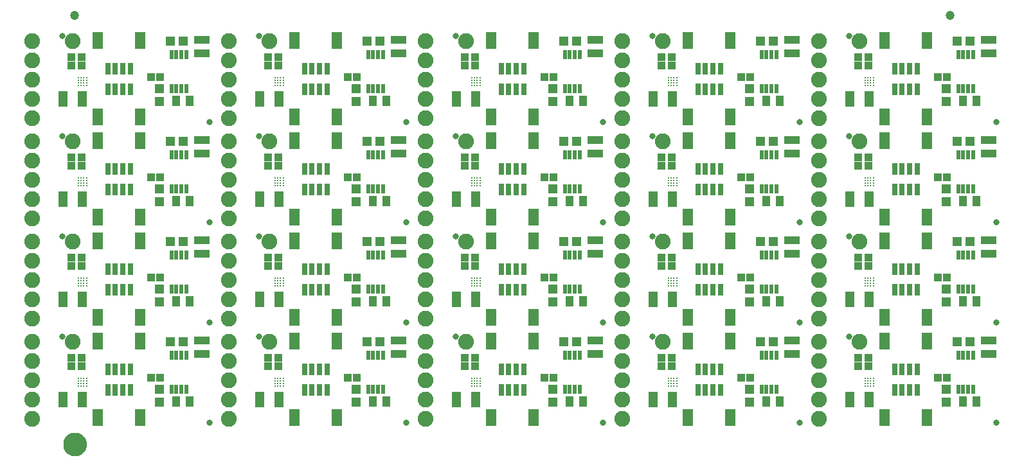
<source format=gts>
G75*
%MOIN*%
%OFA0B0*%
%FSLAX25Y25*%
%IPPOS*%
%LPD*%
%AMOC8*
5,1,8,0,0,1.08239X$1,22.5*
%
%ADD10R,0.02375X0.05131*%
%ADD11C,0.00866*%
%ADD12R,0.04737X0.07887*%
%ADD13R,0.04737X0.05131*%
%ADD14R,0.04146X0.04343*%
%ADD15R,0.05131X0.04737*%
%ADD16R,0.03950X0.05524*%
%ADD17R,0.07887X0.03950*%
%ADD18R,0.04343X0.04146*%
%ADD19R,0.05524X0.08674*%
%ADD20R,0.03162X0.06115*%
%ADD21C,0.08200*%
%ADD22C,0.03300*%
%ADD23C,0.04737*%
%ADD24C,0.05000*%
%ADD25C,0.06706*%
D10*
X0105911Y0048892D03*
X0108470Y0048892D03*
X0111030Y0048892D03*
X0113589Y0048892D03*
X0113589Y0066608D03*
X0111030Y0066608D03*
X0108470Y0066608D03*
X0105911Y0066608D03*
X0105911Y0100892D03*
X0108470Y0100892D03*
X0111030Y0100892D03*
X0113589Y0100892D03*
X0113589Y0118608D03*
X0111030Y0118608D03*
X0108470Y0118608D03*
X0105911Y0118608D03*
X0105911Y0152892D03*
X0108470Y0152892D03*
X0111030Y0152892D03*
X0113589Y0152892D03*
X0113589Y0170608D03*
X0111030Y0170608D03*
X0108470Y0170608D03*
X0105911Y0170608D03*
X0105911Y0204892D03*
X0108470Y0204892D03*
X0111030Y0204892D03*
X0113589Y0204892D03*
X0113589Y0222608D03*
X0111030Y0222608D03*
X0108470Y0222608D03*
X0105911Y0222608D03*
X0207911Y0222608D03*
X0210470Y0222608D03*
X0213030Y0222608D03*
X0215589Y0222608D03*
X0215589Y0204892D03*
X0213030Y0204892D03*
X0210470Y0204892D03*
X0207911Y0204892D03*
X0207911Y0170608D03*
X0210470Y0170608D03*
X0213030Y0170608D03*
X0215589Y0170608D03*
X0215589Y0152892D03*
X0213030Y0152892D03*
X0210470Y0152892D03*
X0207911Y0152892D03*
X0207911Y0118608D03*
X0210470Y0118608D03*
X0213030Y0118608D03*
X0215589Y0118608D03*
X0215589Y0100892D03*
X0213030Y0100892D03*
X0210470Y0100892D03*
X0207911Y0100892D03*
X0207911Y0066608D03*
X0210470Y0066608D03*
X0213030Y0066608D03*
X0215589Y0066608D03*
X0215589Y0048892D03*
X0213030Y0048892D03*
X0210470Y0048892D03*
X0207911Y0048892D03*
X0309911Y0048892D03*
X0312470Y0048892D03*
X0315030Y0048892D03*
X0317589Y0048892D03*
X0317589Y0066608D03*
X0315030Y0066608D03*
X0312470Y0066608D03*
X0309911Y0066608D03*
X0309911Y0100892D03*
X0312470Y0100892D03*
X0315030Y0100892D03*
X0317589Y0100892D03*
X0317589Y0118608D03*
X0315030Y0118608D03*
X0312470Y0118608D03*
X0309911Y0118608D03*
X0309911Y0152892D03*
X0312470Y0152892D03*
X0315030Y0152892D03*
X0317589Y0152892D03*
X0317589Y0170608D03*
X0315030Y0170608D03*
X0312470Y0170608D03*
X0309911Y0170608D03*
X0309911Y0204892D03*
X0312470Y0204892D03*
X0315030Y0204892D03*
X0317589Y0204892D03*
X0317589Y0222608D03*
X0315030Y0222608D03*
X0312470Y0222608D03*
X0309911Y0222608D03*
X0411911Y0222608D03*
X0414470Y0222608D03*
X0417030Y0222608D03*
X0419589Y0222608D03*
X0419589Y0204892D03*
X0417030Y0204892D03*
X0414470Y0204892D03*
X0411911Y0204892D03*
X0411911Y0170608D03*
X0414470Y0170608D03*
X0417030Y0170608D03*
X0419589Y0170608D03*
X0419589Y0152892D03*
X0417030Y0152892D03*
X0414470Y0152892D03*
X0411911Y0152892D03*
X0411911Y0118608D03*
X0414470Y0118608D03*
X0417030Y0118608D03*
X0419589Y0118608D03*
X0419589Y0100892D03*
X0417030Y0100892D03*
X0414470Y0100892D03*
X0411911Y0100892D03*
X0411911Y0066608D03*
X0414470Y0066608D03*
X0417030Y0066608D03*
X0419589Y0066608D03*
X0419589Y0048892D03*
X0417030Y0048892D03*
X0414470Y0048892D03*
X0411911Y0048892D03*
X0513911Y0048892D03*
X0516470Y0048892D03*
X0519030Y0048892D03*
X0521589Y0048892D03*
X0521589Y0066608D03*
X0519030Y0066608D03*
X0516470Y0066608D03*
X0513911Y0066608D03*
X0513911Y0100892D03*
X0516470Y0100892D03*
X0519030Y0100892D03*
X0521589Y0100892D03*
X0521589Y0118608D03*
X0519030Y0118608D03*
X0516470Y0118608D03*
X0513911Y0118608D03*
X0513911Y0152892D03*
X0516470Y0152892D03*
X0519030Y0152892D03*
X0521589Y0152892D03*
X0521589Y0170608D03*
X0519030Y0170608D03*
X0516470Y0170608D03*
X0513911Y0170608D03*
X0513911Y0204892D03*
X0516470Y0204892D03*
X0519030Y0204892D03*
X0521589Y0204892D03*
X0521589Y0222608D03*
X0519030Y0222608D03*
X0516470Y0222608D03*
X0513911Y0222608D03*
D11*
X0469844Y0210789D03*
X0468467Y0210789D03*
X0468467Y0209411D03*
X0469844Y0209411D03*
X0469844Y0208033D03*
X0468467Y0208033D03*
X0468467Y0206656D03*
X0469844Y0206656D03*
X0467089Y0206656D03*
X0467089Y0208033D03*
X0465711Y0208033D03*
X0465711Y0206656D03*
X0465711Y0209411D03*
X0467089Y0209411D03*
X0467089Y0210789D03*
X0465711Y0210789D03*
X0367844Y0210789D03*
X0366467Y0210789D03*
X0366467Y0209411D03*
X0367844Y0209411D03*
X0367844Y0208033D03*
X0366467Y0208033D03*
X0366467Y0206656D03*
X0367844Y0206656D03*
X0365089Y0206656D03*
X0365089Y0208033D03*
X0363711Y0208033D03*
X0363711Y0206656D03*
X0363711Y0209411D03*
X0365089Y0209411D03*
X0365089Y0210789D03*
X0363711Y0210789D03*
X0265844Y0210789D03*
X0264467Y0210789D03*
X0264467Y0209411D03*
X0265844Y0209411D03*
X0265844Y0208033D03*
X0264467Y0208033D03*
X0264467Y0206656D03*
X0265844Y0206656D03*
X0263089Y0206656D03*
X0263089Y0208033D03*
X0261711Y0208033D03*
X0261711Y0206656D03*
X0261711Y0209411D03*
X0263089Y0209411D03*
X0263089Y0210789D03*
X0261711Y0210789D03*
X0163844Y0210789D03*
X0162467Y0210789D03*
X0162467Y0209411D03*
X0163844Y0209411D03*
X0163844Y0208033D03*
X0162467Y0208033D03*
X0162467Y0206656D03*
X0163844Y0206656D03*
X0161089Y0206656D03*
X0161089Y0208033D03*
X0159711Y0208033D03*
X0159711Y0206656D03*
X0159711Y0209411D03*
X0161089Y0209411D03*
X0161089Y0210789D03*
X0159711Y0210789D03*
X0061844Y0210789D03*
X0060467Y0210789D03*
X0060467Y0209411D03*
X0061844Y0209411D03*
X0061844Y0208033D03*
X0060467Y0208033D03*
X0060467Y0206656D03*
X0061844Y0206656D03*
X0059089Y0206656D03*
X0059089Y0208033D03*
X0057711Y0208033D03*
X0057711Y0206656D03*
X0057711Y0209411D03*
X0059089Y0209411D03*
X0059089Y0210789D03*
X0057711Y0210789D03*
X0057711Y0158789D03*
X0059089Y0158789D03*
X0060467Y0158789D03*
X0061844Y0158789D03*
X0061844Y0157411D03*
X0060467Y0157411D03*
X0060467Y0156033D03*
X0061844Y0156033D03*
X0061844Y0154656D03*
X0060467Y0154656D03*
X0059089Y0154656D03*
X0059089Y0156033D03*
X0057711Y0156033D03*
X0057711Y0154656D03*
X0057711Y0157411D03*
X0059089Y0157411D03*
X0159711Y0157411D03*
X0159711Y0156033D03*
X0159711Y0154656D03*
X0161089Y0154656D03*
X0161089Y0156033D03*
X0162467Y0156033D03*
X0163844Y0156033D03*
X0163844Y0154656D03*
X0162467Y0154656D03*
X0162467Y0157411D03*
X0163844Y0157411D03*
X0163844Y0158789D03*
X0162467Y0158789D03*
X0161089Y0158789D03*
X0161089Y0157411D03*
X0159711Y0158789D03*
X0261711Y0158789D03*
X0261711Y0157411D03*
X0261711Y0156033D03*
X0261711Y0154656D03*
X0263089Y0154656D03*
X0263089Y0156033D03*
X0264467Y0156033D03*
X0265844Y0156033D03*
X0265844Y0154656D03*
X0264467Y0154656D03*
X0264467Y0157411D03*
X0265844Y0157411D03*
X0265844Y0158789D03*
X0264467Y0158789D03*
X0263089Y0158789D03*
X0263089Y0157411D03*
X0363711Y0157411D03*
X0363711Y0156033D03*
X0363711Y0154656D03*
X0365089Y0154656D03*
X0365089Y0156033D03*
X0366467Y0156033D03*
X0367844Y0156033D03*
X0367844Y0154656D03*
X0366467Y0154656D03*
X0366467Y0157411D03*
X0367844Y0157411D03*
X0367844Y0158789D03*
X0366467Y0158789D03*
X0365089Y0158789D03*
X0365089Y0157411D03*
X0363711Y0158789D03*
X0465711Y0158789D03*
X0465711Y0157411D03*
X0465711Y0156033D03*
X0465711Y0154656D03*
X0467089Y0154656D03*
X0467089Y0156033D03*
X0468467Y0156033D03*
X0469844Y0156033D03*
X0469844Y0154656D03*
X0468467Y0154656D03*
X0468467Y0157411D03*
X0469844Y0157411D03*
X0469844Y0158789D03*
X0468467Y0158789D03*
X0467089Y0158789D03*
X0467089Y0157411D03*
X0467089Y0106789D03*
X0468467Y0106789D03*
X0469844Y0106789D03*
X0469844Y0105411D03*
X0468467Y0105411D03*
X0468467Y0104033D03*
X0469844Y0104033D03*
X0469844Y0102656D03*
X0468467Y0102656D03*
X0467089Y0102656D03*
X0467089Y0104033D03*
X0465711Y0104033D03*
X0465711Y0102656D03*
X0465711Y0105411D03*
X0467089Y0105411D03*
X0465711Y0106789D03*
X0367844Y0106789D03*
X0366467Y0106789D03*
X0366467Y0105411D03*
X0367844Y0105411D03*
X0367844Y0104033D03*
X0366467Y0104033D03*
X0366467Y0102656D03*
X0367844Y0102656D03*
X0365089Y0102656D03*
X0365089Y0104033D03*
X0363711Y0104033D03*
X0363711Y0102656D03*
X0363711Y0105411D03*
X0365089Y0105411D03*
X0365089Y0106789D03*
X0363711Y0106789D03*
X0265844Y0106789D03*
X0264467Y0106789D03*
X0264467Y0105411D03*
X0265844Y0105411D03*
X0265844Y0104033D03*
X0264467Y0104033D03*
X0264467Y0102656D03*
X0265844Y0102656D03*
X0263089Y0102656D03*
X0263089Y0104033D03*
X0261711Y0104033D03*
X0261711Y0102656D03*
X0261711Y0105411D03*
X0263089Y0105411D03*
X0263089Y0106789D03*
X0261711Y0106789D03*
X0163844Y0106789D03*
X0162467Y0106789D03*
X0162467Y0105411D03*
X0163844Y0105411D03*
X0163844Y0104033D03*
X0162467Y0104033D03*
X0162467Y0102656D03*
X0163844Y0102656D03*
X0161089Y0102656D03*
X0161089Y0104033D03*
X0159711Y0104033D03*
X0159711Y0102656D03*
X0159711Y0105411D03*
X0161089Y0105411D03*
X0161089Y0106789D03*
X0159711Y0106789D03*
X0061844Y0106789D03*
X0060467Y0106789D03*
X0060467Y0105411D03*
X0061844Y0105411D03*
X0061844Y0104033D03*
X0060467Y0104033D03*
X0060467Y0102656D03*
X0061844Y0102656D03*
X0059089Y0102656D03*
X0059089Y0104033D03*
X0057711Y0104033D03*
X0057711Y0102656D03*
X0057711Y0105411D03*
X0059089Y0105411D03*
X0059089Y0106789D03*
X0057711Y0106789D03*
X0057711Y0054789D03*
X0059089Y0054789D03*
X0060467Y0054789D03*
X0061844Y0054789D03*
X0061844Y0053411D03*
X0060467Y0053411D03*
X0060467Y0052033D03*
X0061844Y0052033D03*
X0061844Y0050656D03*
X0060467Y0050656D03*
X0059089Y0050656D03*
X0059089Y0052033D03*
X0057711Y0052033D03*
X0057711Y0050656D03*
X0057711Y0053411D03*
X0059089Y0053411D03*
X0159711Y0053411D03*
X0159711Y0052033D03*
X0159711Y0050656D03*
X0161089Y0050656D03*
X0161089Y0052033D03*
X0162467Y0052033D03*
X0163844Y0052033D03*
X0163844Y0050656D03*
X0162467Y0050656D03*
X0162467Y0053411D03*
X0163844Y0053411D03*
X0163844Y0054789D03*
X0162467Y0054789D03*
X0161089Y0054789D03*
X0161089Y0053411D03*
X0159711Y0054789D03*
X0261711Y0054789D03*
X0261711Y0053411D03*
X0261711Y0052033D03*
X0261711Y0050656D03*
X0263089Y0050656D03*
X0263089Y0052033D03*
X0264467Y0052033D03*
X0265844Y0052033D03*
X0265844Y0050656D03*
X0264467Y0050656D03*
X0264467Y0053411D03*
X0265844Y0053411D03*
X0265844Y0054789D03*
X0264467Y0054789D03*
X0263089Y0054789D03*
X0263089Y0053411D03*
X0363711Y0053411D03*
X0363711Y0052033D03*
X0363711Y0050656D03*
X0365089Y0050656D03*
X0365089Y0052033D03*
X0366467Y0052033D03*
X0367844Y0052033D03*
X0367844Y0050656D03*
X0366467Y0050656D03*
X0366467Y0053411D03*
X0367844Y0053411D03*
X0367844Y0054789D03*
X0366467Y0054789D03*
X0365089Y0054789D03*
X0365089Y0053411D03*
X0363711Y0054789D03*
X0465711Y0054789D03*
X0465711Y0053411D03*
X0465711Y0052033D03*
X0465711Y0050656D03*
X0467089Y0050656D03*
X0467089Y0052033D03*
X0468467Y0052033D03*
X0469844Y0052033D03*
X0469844Y0050656D03*
X0468467Y0050656D03*
X0468467Y0053411D03*
X0469844Y0053411D03*
X0469844Y0054789D03*
X0468467Y0054789D03*
X0467089Y0054789D03*
X0467089Y0053411D03*
D12*
X0467571Y0043750D03*
X0457729Y0043750D03*
X0365571Y0043750D03*
X0355729Y0043750D03*
X0263571Y0043750D03*
X0253729Y0043750D03*
X0161571Y0043750D03*
X0151729Y0043750D03*
X0059571Y0043750D03*
X0049729Y0043750D03*
X0049729Y0095750D03*
X0059571Y0095750D03*
X0151729Y0095750D03*
X0161571Y0095750D03*
X0253729Y0095750D03*
X0263571Y0095750D03*
X0355729Y0095750D03*
X0365571Y0095750D03*
X0457729Y0095750D03*
X0467571Y0095750D03*
X0467571Y0147750D03*
X0457729Y0147750D03*
X0365571Y0147750D03*
X0355729Y0147750D03*
X0263571Y0147750D03*
X0253729Y0147750D03*
X0161571Y0147750D03*
X0151729Y0147750D03*
X0059571Y0147750D03*
X0049729Y0147750D03*
X0049729Y0199750D03*
X0059571Y0199750D03*
X0151729Y0199750D03*
X0161571Y0199750D03*
X0253729Y0199750D03*
X0263571Y0199750D03*
X0355729Y0199750D03*
X0365571Y0199750D03*
X0457729Y0199750D03*
X0467571Y0199750D03*
D13*
X0507750Y0198404D03*
X0507750Y0205096D03*
X0405750Y0205096D03*
X0405750Y0198404D03*
X0405750Y0153096D03*
X0405750Y0146404D03*
X0405750Y0101096D03*
X0405750Y0094404D03*
X0405750Y0049096D03*
X0405750Y0042404D03*
X0303750Y0042404D03*
X0303750Y0049096D03*
X0303750Y0094404D03*
X0303750Y0101096D03*
X0303750Y0146404D03*
X0303750Y0153096D03*
X0303750Y0198404D03*
X0303750Y0205096D03*
X0201750Y0205096D03*
X0201750Y0198404D03*
X0201750Y0153096D03*
X0201750Y0146404D03*
X0201750Y0101096D03*
X0201750Y0094404D03*
X0201750Y0049096D03*
X0201750Y0042404D03*
X0099750Y0042404D03*
X0099750Y0049096D03*
X0099750Y0094404D03*
X0099750Y0101096D03*
X0099750Y0146404D03*
X0099750Y0153096D03*
X0099750Y0198404D03*
X0099750Y0205096D03*
X0507750Y0153096D03*
X0507750Y0146404D03*
X0507750Y0101096D03*
X0507750Y0094404D03*
X0507750Y0049096D03*
X0507750Y0042404D03*
D14*
X0508053Y0055090D03*
X0503487Y0055090D03*
X0406053Y0055090D03*
X0401487Y0055090D03*
X0304053Y0055090D03*
X0299487Y0055090D03*
X0202053Y0055090D03*
X0197487Y0055090D03*
X0100053Y0055090D03*
X0095487Y0055090D03*
X0095487Y0107090D03*
X0100053Y0107090D03*
X0197487Y0107090D03*
X0202053Y0107090D03*
X0299487Y0107090D03*
X0304053Y0107090D03*
X0401487Y0107090D03*
X0406053Y0107090D03*
X0503487Y0107090D03*
X0508053Y0107090D03*
X0508053Y0159090D03*
X0503487Y0159090D03*
X0406053Y0159090D03*
X0401487Y0159090D03*
X0304053Y0159090D03*
X0299487Y0159090D03*
X0202053Y0159090D03*
X0197487Y0159090D03*
X0100053Y0159090D03*
X0095487Y0159090D03*
X0095487Y0211090D03*
X0100053Y0211090D03*
X0197487Y0211090D03*
X0202053Y0211090D03*
X0299487Y0211090D03*
X0304053Y0211090D03*
X0401487Y0211090D03*
X0406053Y0211090D03*
X0503487Y0211090D03*
X0508053Y0211090D03*
D15*
X0513404Y0229750D03*
X0520096Y0229750D03*
X0418096Y0229750D03*
X0411404Y0229750D03*
X0316096Y0229750D03*
X0309404Y0229750D03*
X0214096Y0229750D03*
X0207404Y0229750D03*
X0112096Y0229750D03*
X0105404Y0229750D03*
X0105404Y0177750D03*
X0112096Y0177750D03*
X0207404Y0177750D03*
X0214096Y0177750D03*
X0309404Y0177750D03*
X0316096Y0177750D03*
X0411404Y0177750D03*
X0418096Y0177750D03*
X0513404Y0177750D03*
X0520096Y0177750D03*
X0520096Y0125750D03*
X0513404Y0125750D03*
X0418096Y0125750D03*
X0411404Y0125750D03*
X0316096Y0125750D03*
X0309404Y0125750D03*
X0214096Y0125750D03*
X0207404Y0125750D03*
X0112096Y0125750D03*
X0105404Y0125750D03*
X0105404Y0073750D03*
X0112096Y0073750D03*
X0207404Y0073750D03*
X0214096Y0073750D03*
X0309404Y0073750D03*
X0316096Y0073750D03*
X0411404Y0073750D03*
X0418096Y0073750D03*
X0513404Y0073750D03*
X0520096Y0073750D03*
D16*
X0523293Y0094750D03*
X0516207Y0094750D03*
X0421293Y0094750D03*
X0414207Y0094750D03*
X0319293Y0094750D03*
X0312207Y0094750D03*
X0217293Y0094750D03*
X0210207Y0094750D03*
X0115293Y0094750D03*
X0108207Y0094750D03*
X0108207Y0042750D03*
X0115293Y0042750D03*
X0210207Y0042750D03*
X0217293Y0042750D03*
X0312207Y0042750D03*
X0319293Y0042750D03*
X0414207Y0042750D03*
X0421293Y0042750D03*
X0516207Y0042750D03*
X0523293Y0042750D03*
X0523293Y0146750D03*
X0516207Y0146750D03*
X0421293Y0146750D03*
X0414207Y0146750D03*
X0319293Y0146750D03*
X0312207Y0146750D03*
X0217293Y0146750D03*
X0210207Y0146750D03*
X0115293Y0146750D03*
X0108207Y0146750D03*
X0108207Y0198750D03*
X0115293Y0198750D03*
X0210207Y0198750D03*
X0217293Y0198750D03*
X0312207Y0198750D03*
X0319293Y0198750D03*
X0414207Y0198750D03*
X0421293Y0198750D03*
X0516207Y0198750D03*
X0523293Y0198750D03*
D17*
X0529750Y0178293D03*
X0529750Y0171207D03*
X0529750Y0126293D03*
X0529750Y0119207D03*
X0529750Y0074293D03*
X0529750Y0067207D03*
X0427750Y0067207D03*
X0427750Y0074293D03*
X0427750Y0119207D03*
X0427750Y0126293D03*
X0427750Y0171207D03*
X0427750Y0178293D03*
X0427750Y0223207D03*
X0427750Y0230293D03*
X0325750Y0230293D03*
X0325750Y0223207D03*
X0325750Y0178293D03*
X0325750Y0171207D03*
X0325750Y0126293D03*
X0325750Y0119207D03*
X0325750Y0074293D03*
X0325750Y0067207D03*
X0223750Y0067207D03*
X0223750Y0074293D03*
X0223750Y0119207D03*
X0223750Y0126293D03*
X0223750Y0171207D03*
X0223750Y0178293D03*
X0223750Y0223207D03*
X0223750Y0230293D03*
X0121750Y0230293D03*
X0121750Y0223207D03*
X0121750Y0178293D03*
X0121750Y0171207D03*
X0121750Y0126293D03*
X0121750Y0119207D03*
X0121750Y0074293D03*
X0121750Y0067207D03*
X0529750Y0223207D03*
X0529750Y0230293D03*
D18*
X0467250Y0221433D03*
X0461870Y0221453D03*
X0461870Y0216887D03*
X0467250Y0216867D03*
X0467250Y0169433D03*
X0467250Y0164867D03*
X0461870Y0164887D03*
X0461870Y0169453D03*
X0365250Y0169433D03*
X0365250Y0164867D03*
X0359870Y0164887D03*
X0359870Y0169453D03*
X0263250Y0169433D03*
X0263250Y0164867D03*
X0257870Y0164887D03*
X0257870Y0169453D03*
X0161250Y0169433D03*
X0161250Y0164867D03*
X0155870Y0164887D03*
X0155870Y0169453D03*
X0059250Y0169433D03*
X0059250Y0164867D03*
X0053870Y0164887D03*
X0053870Y0169453D03*
X0053870Y0216887D03*
X0059250Y0216867D03*
X0059250Y0221433D03*
X0053870Y0221453D03*
X0155870Y0221453D03*
X0161250Y0221433D03*
X0161250Y0216867D03*
X0155870Y0216887D03*
X0257870Y0216887D03*
X0263250Y0216867D03*
X0263250Y0221433D03*
X0257870Y0221453D03*
X0359870Y0221453D03*
X0365250Y0221433D03*
X0365250Y0216867D03*
X0359870Y0216887D03*
X0359870Y0117453D03*
X0359870Y0112887D03*
X0365250Y0112867D03*
X0365250Y0117433D03*
X0461870Y0117453D03*
X0461870Y0112887D03*
X0467250Y0112867D03*
X0467250Y0117433D03*
X0467250Y0065433D03*
X0467250Y0060867D03*
X0461870Y0060887D03*
X0461870Y0065453D03*
X0365250Y0065433D03*
X0365250Y0060867D03*
X0359870Y0060887D03*
X0359870Y0065453D03*
X0263250Y0065433D03*
X0263250Y0060867D03*
X0257870Y0060887D03*
X0257870Y0065453D03*
X0161250Y0065433D03*
X0161250Y0060867D03*
X0155870Y0060887D03*
X0155870Y0065453D03*
X0059250Y0065433D03*
X0059250Y0060867D03*
X0053870Y0060887D03*
X0053870Y0065453D03*
X0053870Y0112887D03*
X0053870Y0117453D03*
X0059250Y0117433D03*
X0059250Y0112867D03*
X0155870Y0112887D03*
X0155870Y0117453D03*
X0161250Y0117433D03*
X0161250Y0112867D03*
X0257870Y0112887D03*
X0257870Y0117453D03*
X0263250Y0117433D03*
X0263250Y0112867D03*
D19*
X0271726Y0125919D03*
X0293774Y0125919D03*
X0293774Y0138281D03*
X0271726Y0138281D03*
X0271726Y0177919D03*
X0293774Y0177919D03*
X0293774Y0190281D03*
X0271726Y0190281D03*
X0271726Y0229919D03*
X0293774Y0229919D03*
X0373726Y0229919D03*
X0395774Y0229919D03*
X0395774Y0190281D03*
X0373726Y0190281D03*
X0373726Y0177919D03*
X0395774Y0177919D03*
X0395774Y0138281D03*
X0373726Y0138281D03*
X0373726Y0125919D03*
X0395774Y0125919D03*
X0395774Y0086281D03*
X0373726Y0086281D03*
X0373726Y0073919D03*
X0395774Y0073919D03*
X0395774Y0034281D03*
X0373726Y0034281D03*
X0293774Y0034281D03*
X0271726Y0034281D03*
X0271726Y0073919D03*
X0293774Y0073919D03*
X0293774Y0086281D03*
X0271726Y0086281D03*
X0191774Y0086281D03*
X0169726Y0086281D03*
X0169726Y0073919D03*
X0191774Y0073919D03*
X0191774Y0034281D03*
X0169726Y0034281D03*
X0089774Y0034281D03*
X0067726Y0034281D03*
X0067726Y0073919D03*
X0067726Y0086281D03*
X0089774Y0086281D03*
X0089774Y0073919D03*
X0089774Y0125919D03*
X0089774Y0138281D03*
X0067726Y0138281D03*
X0067726Y0125919D03*
X0169726Y0125919D03*
X0191774Y0125919D03*
X0191774Y0138281D03*
X0169726Y0138281D03*
X0169726Y0177919D03*
X0191774Y0177919D03*
X0191774Y0190281D03*
X0169726Y0190281D03*
X0089774Y0190281D03*
X0089774Y0177919D03*
X0067726Y0177919D03*
X0067726Y0190281D03*
X0067726Y0229919D03*
X0089774Y0229919D03*
X0169726Y0229919D03*
X0191774Y0229919D03*
X0475726Y0229919D03*
X0497774Y0229919D03*
X0497774Y0190281D03*
X0475726Y0190281D03*
X0475726Y0177919D03*
X0497774Y0177919D03*
X0497774Y0138281D03*
X0475726Y0138281D03*
X0475726Y0125919D03*
X0497774Y0125919D03*
X0497774Y0086281D03*
X0475726Y0086281D03*
X0475726Y0073919D03*
X0497774Y0073919D03*
X0497774Y0034281D03*
X0475726Y0034281D03*
D20*
X0480844Y0048750D03*
X0484781Y0048750D03*
X0488719Y0048750D03*
X0492656Y0048750D03*
X0492656Y0059450D03*
X0488719Y0059450D03*
X0484781Y0059450D03*
X0480844Y0059450D03*
X0480844Y0100750D03*
X0484781Y0100750D03*
X0488719Y0100750D03*
X0492656Y0100750D03*
X0492656Y0111450D03*
X0488719Y0111450D03*
X0484781Y0111450D03*
X0480844Y0111450D03*
X0480844Y0152750D03*
X0484781Y0152750D03*
X0488719Y0152750D03*
X0492656Y0152750D03*
X0492656Y0163450D03*
X0488719Y0163450D03*
X0484781Y0163450D03*
X0480844Y0163450D03*
X0480844Y0204750D03*
X0484781Y0204750D03*
X0488719Y0204750D03*
X0492656Y0204750D03*
X0492656Y0215450D03*
X0488719Y0215450D03*
X0484781Y0215450D03*
X0480844Y0215450D03*
X0390656Y0215450D03*
X0386719Y0215450D03*
X0382781Y0215450D03*
X0378844Y0215450D03*
X0378844Y0204750D03*
X0382781Y0204750D03*
X0386719Y0204750D03*
X0390656Y0204750D03*
X0390656Y0163450D03*
X0386719Y0163450D03*
X0382781Y0163450D03*
X0378844Y0163450D03*
X0378844Y0152750D03*
X0382781Y0152750D03*
X0386719Y0152750D03*
X0390656Y0152750D03*
X0390656Y0111450D03*
X0386719Y0111450D03*
X0382781Y0111450D03*
X0378844Y0111450D03*
X0378844Y0100750D03*
X0382781Y0100750D03*
X0386719Y0100750D03*
X0390656Y0100750D03*
X0390656Y0059450D03*
X0386719Y0059450D03*
X0382781Y0059450D03*
X0378844Y0059450D03*
X0378844Y0048750D03*
X0382781Y0048750D03*
X0386719Y0048750D03*
X0390656Y0048750D03*
X0288656Y0048750D03*
X0284719Y0048750D03*
X0280781Y0048750D03*
X0276844Y0048750D03*
X0276844Y0059450D03*
X0280781Y0059450D03*
X0284719Y0059450D03*
X0288656Y0059450D03*
X0288656Y0100750D03*
X0284719Y0100750D03*
X0280781Y0100750D03*
X0276844Y0100750D03*
X0276844Y0111450D03*
X0280781Y0111450D03*
X0284719Y0111450D03*
X0288656Y0111450D03*
X0288656Y0152750D03*
X0284719Y0152750D03*
X0280781Y0152750D03*
X0276844Y0152750D03*
X0276844Y0163450D03*
X0280781Y0163450D03*
X0284719Y0163450D03*
X0288656Y0163450D03*
X0288656Y0204750D03*
X0284719Y0204750D03*
X0280781Y0204750D03*
X0276844Y0204750D03*
X0276844Y0215450D03*
X0280781Y0215450D03*
X0284719Y0215450D03*
X0288656Y0215450D03*
X0186656Y0215450D03*
X0182719Y0215450D03*
X0178781Y0215450D03*
X0174844Y0215450D03*
X0174844Y0204750D03*
X0178781Y0204750D03*
X0182719Y0204750D03*
X0186656Y0204750D03*
X0186656Y0163450D03*
X0182719Y0163450D03*
X0178781Y0163450D03*
X0174844Y0163450D03*
X0174844Y0152750D03*
X0178781Y0152750D03*
X0182719Y0152750D03*
X0186656Y0152750D03*
X0186656Y0111450D03*
X0182719Y0111450D03*
X0178781Y0111450D03*
X0174844Y0111450D03*
X0174844Y0100750D03*
X0178781Y0100750D03*
X0182719Y0100750D03*
X0186656Y0100750D03*
X0186656Y0059450D03*
X0182719Y0059450D03*
X0178781Y0059450D03*
X0174844Y0059450D03*
X0174844Y0048750D03*
X0178781Y0048750D03*
X0182719Y0048750D03*
X0186656Y0048750D03*
X0084656Y0048750D03*
X0080719Y0048750D03*
X0076781Y0048750D03*
X0072844Y0048750D03*
X0072844Y0059450D03*
X0076781Y0059450D03*
X0080719Y0059450D03*
X0084656Y0059450D03*
X0084656Y0100750D03*
X0080719Y0100750D03*
X0076781Y0100750D03*
X0072844Y0100750D03*
X0072844Y0111450D03*
X0076781Y0111450D03*
X0080719Y0111450D03*
X0084656Y0111450D03*
X0084656Y0152750D03*
X0080719Y0152750D03*
X0076781Y0152750D03*
X0072844Y0152750D03*
X0072844Y0163450D03*
X0076781Y0163450D03*
X0080719Y0163450D03*
X0084656Y0163450D03*
X0084656Y0204750D03*
X0080719Y0204750D03*
X0076781Y0204750D03*
X0072844Y0204750D03*
X0072844Y0215450D03*
X0076781Y0215450D03*
X0080719Y0215450D03*
X0084656Y0215450D03*
D21*
X0054750Y0229750D03*
X0033750Y0229750D03*
X0033750Y0219750D03*
X0033750Y0209750D03*
X0033750Y0199750D03*
X0033750Y0189750D03*
X0033750Y0177750D03*
X0033750Y0167750D03*
X0033750Y0157750D03*
X0033750Y0147750D03*
X0033750Y0137750D03*
X0033750Y0125750D03*
X0033750Y0115750D03*
X0054750Y0125750D03*
X0033750Y0105750D03*
X0033750Y0095750D03*
X0033750Y0085750D03*
X0033750Y0073750D03*
X0033750Y0063750D03*
X0054750Y0073750D03*
X0033750Y0053750D03*
X0033750Y0043750D03*
X0033750Y0033750D03*
X0135750Y0033750D03*
X0135750Y0043750D03*
X0135750Y0053750D03*
X0135750Y0063750D03*
X0135750Y0073750D03*
X0156750Y0073750D03*
X0135750Y0085750D03*
X0135750Y0095750D03*
X0135750Y0105750D03*
X0135750Y0115750D03*
X0135750Y0125750D03*
X0156750Y0125750D03*
X0135750Y0137750D03*
X0135750Y0147750D03*
X0135750Y0157750D03*
X0135750Y0167750D03*
X0135750Y0177750D03*
X0156750Y0177750D03*
X0135750Y0189750D03*
X0135750Y0199750D03*
X0135750Y0209750D03*
X0135750Y0219750D03*
X0135750Y0229750D03*
X0156750Y0229750D03*
X0237750Y0229750D03*
X0237750Y0219750D03*
X0237750Y0209750D03*
X0237750Y0199750D03*
X0237750Y0189750D03*
X0237750Y0177750D03*
X0237750Y0167750D03*
X0237750Y0157750D03*
X0237750Y0147750D03*
X0237750Y0137750D03*
X0237750Y0125750D03*
X0237750Y0115750D03*
X0258750Y0125750D03*
X0237750Y0105750D03*
X0237750Y0095750D03*
X0237750Y0085750D03*
X0237750Y0073750D03*
X0237750Y0063750D03*
X0258750Y0073750D03*
X0237750Y0053750D03*
X0237750Y0043750D03*
X0237750Y0033750D03*
X0339750Y0033750D03*
X0339750Y0043750D03*
X0339750Y0053750D03*
X0339750Y0063750D03*
X0339750Y0073750D03*
X0360750Y0073750D03*
X0339750Y0085750D03*
X0339750Y0095750D03*
X0339750Y0105750D03*
X0339750Y0115750D03*
X0339750Y0125750D03*
X0360750Y0125750D03*
X0339750Y0137750D03*
X0339750Y0147750D03*
X0339750Y0157750D03*
X0339750Y0167750D03*
X0339750Y0177750D03*
X0360750Y0177750D03*
X0339750Y0189750D03*
X0339750Y0199750D03*
X0339750Y0209750D03*
X0339750Y0219750D03*
X0339750Y0229750D03*
X0360750Y0229750D03*
X0441750Y0229750D03*
X0441750Y0219750D03*
X0441750Y0209750D03*
X0441750Y0199750D03*
X0441750Y0189750D03*
X0441750Y0177750D03*
X0441750Y0167750D03*
X0441750Y0157750D03*
X0441750Y0147750D03*
X0441750Y0137750D03*
X0441750Y0125750D03*
X0441750Y0115750D03*
X0462750Y0125750D03*
X0441750Y0105750D03*
X0441750Y0095750D03*
X0441750Y0085750D03*
X0441750Y0073750D03*
X0441750Y0063750D03*
X0462750Y0073750D03*
X0441750Y0053750D03*
X0441750Y0043750D03*
X0441750Y0033750D03*
X0462750Y0177750D03*
X0462750Y0229750D03*
X0258750Y0229750D03*
X0258750Y0177750D03*
X0054750Y0177750D03*
D22*
X0049480Y0180320D03*
X0125750Y0187750D03*
X0151480Y0180320D03*
X0227750Y0187750D03*
X0253480Y0180320D03*
X0329750Y0187750D03*
X0355480Y0180320D03*
X0431750Y0187750D03*
X0457480Y0180320D03*
X0533750Y0187750D03*
X0457480Y0232320D03*
X0355480Y0232320D03*
X0253480Y0232320D03*
X0151480Y0232320D03*
X0049480Y0232320D03*
X0125750Y0135750D03*
X0151480Y0128320D03*
X0227750Y0135750D03*
X0253480Y0128320D03*
X0329750Y0135750D03*
X0355480Y0128320D03*
X0431750Y0135750D03*
X0457480Y0128320D03*
X0533750Y0135750D03*
X0533750Y0083750D03*
X0457480Y0076320D03*
X0431750Y0083750D03*
X0355480Y0076320D03*
X0329750Y0083750D03*
X0253480Y0076320D03*
X0227750Y0083750D03*
X0151480Y0076320D03*
X0125750Y0083750D03*
X0049480Y0076320D03*
X0125750Y0031750D03*
X0227750Y0031750D03*
X0329750Y0031750D03*
X0431750Y0031750D03*
X0533750Y0031750D03*
X0049480Y0128320D03*
D23*
X0055750Y0243000D03*
X0509750Y0243000D03*
D24*
X0052185Y0020500D02*
X0052187Y0020619D01*
X0052193Y0020738D01*
X0052203Y0020857D01*
X0052217Y0020975D01*
X0052235Y0021093D01*
X0052256Y0021210D01*
X0052282Y0021326D01*
X0052312Y0021442D01*
X0052345Y0021556D01*
X0052382Y0021669D01*
X0052423Y0021781D01*
X0052468Y0021892D01*
X0052516Y0022001D01*
X0052568Y0022108D01*
X0052624Y0022213D01*
X0052683Y0022317D01*
X0052745Y0022418D01*
X0052811Y0022518D01*
X0052880Y0022615D01*
X0052952Y0022709D01*
X0053028Y0022802D01*
X0053106Y0022891D01*
X0053187Y0022978D01*
X0053272Y0023063D01*
X0053359Y0023144D01*
X0053448Y0023222D01*
X0053541Y0023298D01*
X0053635Y0023370D01*
X0053732Y0023439D01*
X0053832Y0023505D01*
X0053933Y0023567D01*
X0054037Y0023626D01*
X0054142Y0023682D01*
X0054249Y0023734D01*
X0054358Y0023782D01*
X0054469Y0023827D01*
X0054581Y0023868D01*
X0054694Y0023905D01*
X0054808Y0023938D01*
X0054924Y0023968D01*
X0055040Y0023994D01*
X0055157Y0024015D01*
X0055275Y0024033D01*
X0055393Y0024047D01*
X0055512Y0024057D01*
X0055631Y0024063D01*
X0055750Y0024065D01*
X0055869Y0024063D01*
X0055988Y0024057D01*
X0056107Y0024047D01*
X0056225Y0024033D01*
X0056343Y0024015D01*
X0056460Y0023994D01*
X0056576Y0023968D01*
X0056692Y0023938D01*
X0056806Y0023905D01*
X0056919Y0023868D01*
X0057031Y0023827D01*
X0057142Y0023782D01*
X0057251Y0023734D01*
X0057358Y0023682D01*
X0057463Y0023626D01*
X0057567Y0023567D01*
X0057668Y0023505D01*
X0057768Y0023439D01*
X0057865Y0023370D01*
X0057959Y0023298D01*
X0058052Y0023222D01*
X0058141Y0023144D01*
X0058228Y0023063D01*
X0058313Y0022978D01*
X0058394Y0022891D01*
X0058472Y0022802D01*
X0058548Y0022709D01*
X0058620Y0022615D01*
X0058689Y0022518D01*
X0058755Y0022418D01*
X0058817Y0022317D01*
X0058876Y0022213D01*
X0058932Y0022108D01*
X0058984Y0022001D01*
X0059032Y0021892D01*
X0059077Y0021781D01*
X0059118Y0021669D01*
X0059155Y0021556D01*
X0059188Y0021442D01*
X0059218Y0021326D01*
X0059244Y0021210D01*
X0059265Y0021093D01*
X0059283Y0020975D01*
X0059297Y0020857D01*
X0059307Y0020738D01*
X0059313Y0020619D01*
X0059315Y0020500D01*
X0059313Y0020381D01*
X0059307Y0020262D01*
X0059297Y0020143D01*
X0059283Y0020025D01*
X0059265Y0019907D01*
X0059244Y0019790D01*
X0059218Y0019674D01*
X0059188Y0019558D01*
X0059155Y0019444D01*
X0059118Y0019331D01*
X0059077Y0019219D01*
X0059032Y0019108D01*
X0058984Y0018999D01*
X0058932Y0018892D01*
X0058876Y0018787D01*
X0058817Y0018683D01*
X0058755Y0018582D01*
X0058689Y0018482D01*
X0058620Y0018385D01*
X0058548Y0018291D01*
X0058472Y0018198D01*
X0058394Y0018109D01*
X0058313Y0018022D01*
X0058228Y0017937D01*
X0058141Y0017856D01*
X0058052Y0017778D01*
X0057959Y0017702D01*
X0057865Y0017630D01*
X0057768Y0017561D01*
X0057668Y0017495D01*
X0057567Y0017433D01*
X0057463Y0017374D01*
X0057358Y0017318D01*
X0057251Y0017266D01*
X0057142Y0017218D01*
X0057031Y0017173D01*
X0056919Y0017132D01*
X0056806Y0017095D01*
X0056692Y0017062D01*
X0056576Y0017032D01*
X0056460Y0017006D01*
X0056343Y0016985D01*
X0056225Y0016967D01*
X0056107Y0016953D01*
X0055988Y0016943D01*
X0055869Y0016937D01*
X0055750Y0016935D01*
X0055631Y0016937D01*
X0055512Y0016943D01*
X0055393Y0016953D01*
X0055275Y0016967D01*
X0055157Y0016985D01*
X0055040Y0017006D01*
X0054924Y0017032D01*
X0054808Y0017062D01*
X0054694Y0017095D01*
X0054581Y0017132D01*
X0054469Y0017173D01*
X0054358Y0017218D01*
X0054249Y0017266D01*
X0054142Y0017318D01*
X0054037Y0017374D01*
X0053933Y0017433D01*
X0053832Y0017495D01*
X0053732Y0017561D01*
X0053635Y0017630D01*
X0053541Y0017702D01*
X0053448Y0017778D01*
X0053359Y0017856D01*
X0053272Y0017937D01*
X0053187Y0018022D01*
X0053106Y0018109D01*
X0053028Y0018198D01*
X0052952Y0018291D01*
X0052880Y0018385D01*
X0052811Y0018482D01*
X0052745Y0018582D01*
X0052683Y0018683D01*
X0052624Y0018787D01*
X0052568Y0018892D01*
X0052516Y0018999D01*
X0052468Y0019108D01*
X0052423Y0019219D01*
X0052382Y0019331D01*
X0052345Y0019444D01*
X0052312Y0019558D01*
X0052282Y0019674D01*
X0052256Y0019790D01*
X0052235Y0019907D01*
X0052217Y0020025D01*
X0052203Y0020143D01*
X0052193Y0020262D01*
X0052187Y0020381D01*
X0052185Y0020500D01*
D25*
X0055750Y0020500D03*
M02*

</source>
